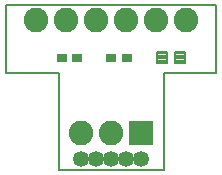
<source format=gts>
G75*
%MOIN*%
%OFA0B0*%
%FSLAX25Y25*%
%IPPOS*%
%LPD*%
%AMOC8*
5,1,8,0,0,1.08239X$1,22.5*
%
%ADD10C,0.00500*%
%ADD11C,0.05300*%
%ADD12R,0.08200X0.08200*%
%ADD13C,0.08200*%
%ADD14C,0.00790*%
%ADD15R,0.03556X0.02769*%
D10*
X0019000Y0005800D02*
X0019000Y0038300D01*
X0001500Y0038300D01*
X0001500Y0060800D01*
X0071500Y0060800D01*
X0071500Y0038300D01*
X0054000Y0038300D01*
X0054000Y0005800D01*
X0019000Y0005800D01*
D11*
X0026500Y0009500D03*
X0031500Y0009500D03*
X0036500Y0009500D03*
X0041500Y0009500D03*
X0046500Y0009500D03*
D12*
X0046500Y0018300D03*
D13*
X0036500Y0018300D03*
X0026500Y0018300D03*
X0021500Y0055800D03*
X0011500Y0055800D03*
X0031500Y0055800D03*
X0041500Y0055800D03*
X0051500Y0055800D03*
X0061500Y0055800D03*
D14*
X0057873Y0045076D02*
X0057873Y0041524D01*
X0057873Y0045076D02*
X0061033Y0045076D01*
X0061033Y0041524D01*
X0057873Y0041524D01*
X0057873Y0042313D02*
X0061033Y0042313D01*
X0061033Y0043102D02*
X0057873Y0043102D01*
X0057873Y0043891D02*
X0061033Y0043891D01*
X0061033Y0044680D02*
X0057873Y0044680D01*
X0051967Y0045076D02*
X0051967Y0041524D01*
X0051967Y0045076D02*
X0055127Y0045076D01*
X0055127Y0041524D01*
X0051967Y0041524D01*
X0051967Y0042313D02*
X0055127Y0042313D01*
X0055127Y0043102D02*
X0051967Y0043102D01*
X0051967Y0043891D02*
X0055127Y0043891D01*
X0055127Y0044680D02*
X0051967Y0044680D01*
D15*
X0041756Y0043300D03*
X0036638Y0043300D03*
X0025256Y0043300D03*
X0020138Y0043300D03*
M02*

</source>
